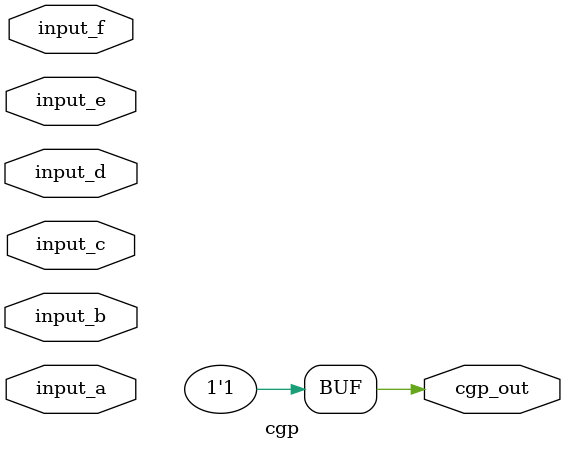
<source format=v>
module cgp(input [2:0] input_a, input [2:0] input_b, input [2:0] input_c, input [2:0] input_d, input [2:0] input_e, input [2:0] input_f, output [0:0] cgp_out);
  wire cgp_core_020;
  wire cgp_core_021;
  wire cgp_core_022;
  wire cgp_core_023;
  wire cgp_core_024;
  wire cgp_core_025;
  wire cgp_core_026;
  wire cgp_core_027_not;
  wire cgp_core_029;
  wire cgp_core_032;
  wire cgp_core_034;
  wire cgp_core_035;
  wire cgp_core_039;
  wire cgp_core_040;
  wire cgp_core_041_not;
  wire cgp_core_042;
  wire cgp_core_044;
  wire cgp_core_047;
  wire cgp_core_048;
  wire cgp_core_049;
  wire cgp_core_050;
  wire cgp_core_051;
  wire cgp_core_052;
  wire cgp_core_053;
  wire cgp_core_054;
  wire cgp_core_055;
  wire cgp_core_056;
  wire cgp_core_057;
  wire cgp_core_060;
  wire cgp_core_061;
  wire cgp_core_063;
  wire cgp_core_064;
  wire cgp_core_065;
  wire cgp_core_066;
  wire cgp_core_067;
  wire cgp_core_068;
  wire cgp_core_069;
  wire cgp_core_070;
  wire cgp_core_075;
  wire cgp_core_076;
  wire cgp_core_078;
  wire cgp_core_080;
  wire cgp_core_081;
  wire cgp_core_083;
  wire cgp_core_085;
  wire cgp_core_086;
  wire cgp_core_087;
  wire cgp_core_088;
  wire cgp_core_090;
  wire cgp_core_091;
  wire cgp_core_093;
  wire cgp_core_095;
  wire cgp_core_096;
  wire cgp_core_097_not;
  wire cgp_core_098;

  assign cgp_core_020 = ~(input_c[0] & input_e[0]);
  assign cgp_core_021 = input_c[0] & input_e[0];
  assign cgp_core_022 = ~(input_c[1] & input_e[1]);
  assign cgp_core_023 = input_c[1] & input_e[1];
  assign cgp_core_024 = ~cgp_core_022;
  assign cgp_core_025 = cgp_core_022 ^ cgp_core_021;
  assign cgp_core_026 = cgp_core_023 | input_d[2];
  assign cgp_core_027_not = ~input_c[2];
  assign cgp_core_029 = ~(input_f[2] ^ cgp_core_026);
  assign cgp_core_032 = input_e[2] ^ cgp_core_020;
  assign cgp_core_034 = input_d[1] ^ cgp_core_024;
  assign cgp_core_035 = input_a[2] & cgp_core_024;
  assign cgp_core_039 = input_a[0] & cgp_core_029;
  assign cgp_core_040 = input_a[2] & input_f[1];
  assign cgp_core_041_not = ~cgp_core_039;
  assign cgp_core_042 = cgp_core_039 & input_e[0];
  assign cgp_core_044 = input_f[1] ^ cgp_core_040;
  assign cgp_core_047 = input_d[0] & input_f[0];
  assign cgp_core_048 = input_c[0] | input_f[1];
  assign cgp_core_049 = input_d[1] & input_f[1];
  assign cgp_core_050 = cgp_core_048 ^ cgp_core_047;
  assign cgp_core_051 = cgp_core_048 & input_b[1];
  assign cgp_core_052 = input_a[2] & cgp_core_051;
  assign cgp_core_053 = input_d[0] ^ input_f[2];
  assign cgp_core_054 = input_e[1] & input_a[0];
  assign cgp_core_055 = ~(cgp_core_053 & cgp_core_052);
  assign cgp_core_056 = input_b[0] & cgp_core_052;
  assign cgp_core_057 = cgp_core_054 | cgp_core_056;
  assign cgp_core_060 = ~(input_b[1] | cgp_core_050);
  assign cgp_core_061 = ~input_b[1];
  assign cgp_core_063 = cgp_core_060 & input_b[0];
  assign cgp_core_064 = cgp_core_061 | cgp_core_063;
  assign cgp_core_065 = input_b[2] & input_d[1];
  assign cgp_core_066 = input_b[2] & input_e[2];
  assign cgp_core_067 = cgp_core_065 ^ cgp_core_064;
  assign cgp_core_068 = cgp_core_065 & input_f[1];
  assign cgp_core_069 = input_e[0] & cgp_core_068;
  assign cgp_core_070 = cgp_core_057 ^ input_b[2];
  assign cgp_core_075 = ~(cgp_core_070 ^ input_f[2]);
  assign cgp_core_076 = cgp_core_044 & cgp_core_075;
  assign cgp_core_078 = ~(input_f[1] ^ cgp_core_070);
  assign cgp_core_080 = ~input_b[0];
  assign cgp_core_081 = input_a[1] & input_b[0];
  assign cgp_core_083 = ~(cgp_core_041_not ^ cgp_core_067);
  assign cgp_core_085 = ~input_c[0];
  assign cgp_core_086 = input_f[2] & cgp_core_085;
  assign cgp_core_087 = cgp_core_086 & input_c[1];
  assign cgp_core_088 = ~(input_d[0] ^ cgp_core_060);
  assign cgp_core_090 = ~input_a[2];
  assign cgp_core_091 = cgp_core_032 & input_f[0];
  assign cgp_core_093 = ~(cgp_core_032 ^ input_a[2]);
  assign cgp_core_095 = cgp_core_087 | cgp_core_081;
  assign cgp_core_096 = ~(input_d[0] ^ cgp_core_095);
  assign cgp_core_097_not = ~cgp_core_093;
  assign cgp_core_098 = input_b[2] | input_e[2];

  assign cgp_out[0] = 1'b1;
endmodule
</source>
